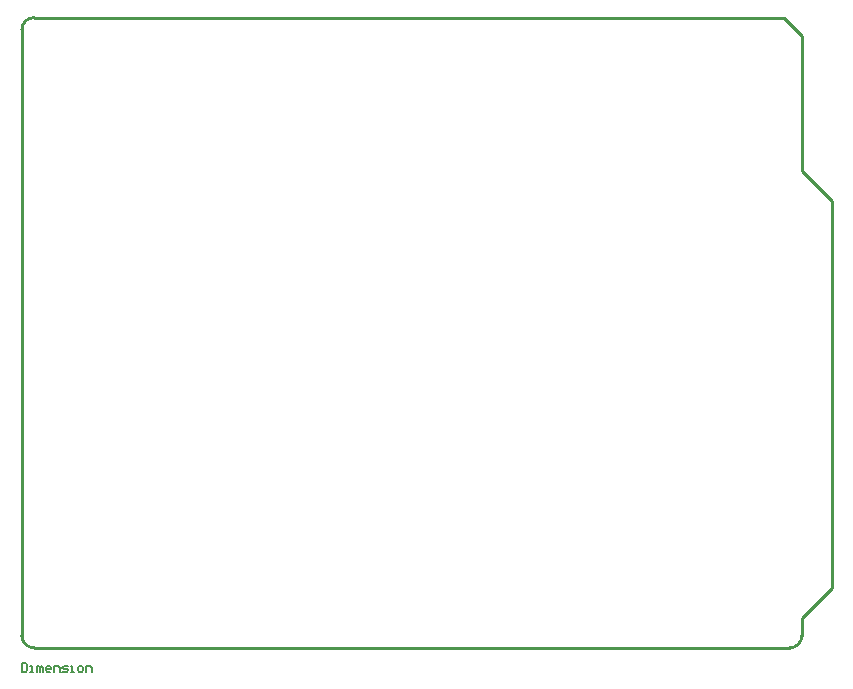
<source format=gm1>
%FSTAX25Y25*%
%MOIN*%
G70*
G01*
G75*
G04 Layer_Color=16711935*
%ADD10O,0.07087X0.01181*%
%ADD11O,0.01181X0.07087*%
%ADD12O,0.07284X0.01378*%
%ADD13R,0.08071X0.02756*%
%ADD14R,0.01772X0.02165*%
%ADD15R,0.03150X0.03150*%
%ADD16R,0.01575X0.02559*%
%ADD17R,0.02992X0.06299*%
%ADD18R,0.07874X0.06299*%
%ADD19R,0.02047X0.02047*%
%ADD20R,0.02047X0.02047*%
%ADD21R,0.03543X0.02756*%
%ADD22R,0.02756X0.03543*%
%ADD23R,0.02165X0.01772*%
%ADD24C,0.01000*%
%ADD25C,0.00500*%
%ADD26C,0.03000*%
%ADD27C,0.00700*%
%ADD28C,0.02000*%
%ADD29C,0.00669*%
%ADD30C,0.00591*%
%ADD31R,0.25197X0.25197*%
%ADD32C,0.06000*%
%ADD33P,0.12784X8X202.5*%
%ADD34P,0.12784X8X292.5*%
%ADD35C,0.05906*%
%ADD36R,0.05906X0.05906*%
%ADD37R,0.05906X0.05906*%
%ADD38P,0.06711X8X292.5*%
%ADD39O,0.05600X0.11200*%
%ADD40C,0.12600*%
%ADD41C,0.01969*%
%ADD42C,0.01600*%
%ADD43C,0.05000*%
%ADD44C,0.01595*%
%ADD45C,0.02800*%
%ADD46C,0.04000*%
%ADD47R,0.70200X0.25400*%
%ADD48C,0.07550*%
%ADD49O,0.08724X0.11087*%
%ADD50O,0.11087X0.08724*%
%ADD51C,0.07543*%
G04:AMPARAMS|DCode=52|XSize=95.433mil|YSize=95.433mil|CornerRadius=0mil|HoleSize=0mil|Usage=FLASHONLY|Rotation=0.000|XOffset=0mil|YOffset=0mil|HoleType=Round|Shape=Relief|Width=10mil|Gap=10mil|Entries=4|*
%AMTHD52*
7,0,0,0.09543,0.07543,0.01000,45*
%
%ADD52THD52*%
%ADD53C,0.07800*%
%ADD54C,0.07400*%
G04:AMPARAMS|DCode=55|XSize=95.5mil|YSize=95.5mil|CornerRadius=0mil|HoleSize=0mil|Usage=FLASHONLY|Rotation=0.000|XOffset=0mil|YOffset=0mil|HoleType=Round|Shape=Relief|Width=10mil|Gap=10mil|Entries=4|*
%AMTHD55*
7,0,0,0.09550,0.07550,0.01000,45*
%
%ADD55THD55*%
%ADD56C,0.16600*%
%ADD57C,0.06800*%
G04:AMPARAMS|DCode=58|XSize=70mil|YSize=70mil|CornerRadius=0mil|HoleSize=0mil|Usage=FLASHONLY|Rotation=0.000|XOffset=0mil|YOffset=0mil|HoleType=Round|Shape=Relief|Width=10mil|Gap=10mil|Entries=4|*
%AMTHD58*
7,0,0,0.07000,0.05000,0.01000,45*
%
%ADD58THD58*%
%ADD59C,0.05600*%
%AMTHOVALD60*
21,1,0.02362,0.10724,0,0,270.0*
1,1,0.10724,0.00000,0.01181*
1,1,0.10724,0.00000,-0.01181*
21,0,0.02362,0.08724,0,0,270.0*
1,0,0.08724,0.00000,0.01181*
1,0,0.08724,0.00000,-0.01181*
4,0,4,-0.00354,0.00828,-0.04145,0.04619,-0.03438,0.05326,0.00354,0.01535,-0.00354,0.00828,0.0*
4,0,4,-0.00354,-0.01535,0.03438,-0.05326,0.04145,-0.04619,0.00354,-0.00828,-0.00354,-0.01535,0.0*
4,0,4,-0.00354,0.01535,0.03438,0.05326,0.04145,0.04619,0.00354,0.00828,-0.00354,0.01535,0.0*
4,0,4,-0.00354,-0.00828,-0.04145,-0.04619,-0.03438,-0.05326,0.00354,-0.01535,-0.00354,-0.00828,0.0*
%
%ADD60THOVALD60*%

%AMTHOVALD61*
21,1,0.02362,0.10724,0,0,360.0*
1,1,0.10724,-0.01181,0.00000*
1,1,0.10724,0.01181,0.00000*
21,0,0.02362,0.08724,0,0,360.0*
1,0,0.08724,-0.01181,0.00000*
1,0,0.08724,0.01181,0.00000*
4,0,4,-0.00828,-0.00354,-0.04619,-0.04145,-0.05326,-0.03438,-0.01535,0.00354,-0.00828,-0.00354,0.0*
4,0,4,0.01535,-0.00354,0.05326,0.03438,0.04619,0.04145,0.00828,0.00354,0.01535,-0.00354,0.0*
4,0,4,-0.01535,-0.00354,-0.05326,0.03438,-0.04619,0.04145,-0.00828,0.00354,-0.01535,-0.00354,0.0*
4,0,4,0.00828,-0.00354,0.04619,-0.04145,0.05326,-0.03438,0.01535,0.00354,0.00828,-0.00354,0.0*
%
%ADD61THOVALD61*%

G04:AMPARAMS|DCode=62|XSize=98mil|YSize=98mil|CornerRadius=0mil|HoleSize=0mil|Usage=FLASHONLY|Rotation=0.000|XOffset=0mil|YOffset=0mil|HoleType=Round|Shape=Relief|Width=10mil|Gap=10mil|Entries=4|*
%AMTHD62*
7,0,0,0.09800,0.07800,0.01000,45*
%
%ADD62THD62*%
G04:AMPARAMS|DCode=63|XSize=94mil|YSize=94mil|CornerRadius=0mil|HoleSize=0mil|Usage=FLASHONLY|Rotation=0.000|XOffset=0mil|YOffset=0mil|HoleType=Round|Shape=Relief|Width=10mil|Gap=10mil|Entries=4|*
%AMTHD63*
7,0,0,0.09400,0.07400,0.01000,45*
%
%ADD63THD63*%
G04:AMPARAMS|DCode=64|XSize=88mil|YSize=88mil|CornerRadius=0mil|HoleSize=0mil|Usage=FLASHONLY|Rotation=0.000|XOffset=0mil|YOffset=0mil|HoleType=Round|Shape=Relief|Width=10mil|Gap=10mil|Entries=4|*
%AMTHD64*
7,0,0,0.08800,0.06800,0.01000,45*
%
%ADD64THD64*%
G04:AMPARAMS|DCode=65|XSize=76mil|YSize=76mil|CornerRadius=0mil|HoleSize=0mil|Usage=FLASHONLY|Rotation=0.000|XOffset=0mil|YOffset=0mil|HoleType=Round|Shape=Relief|Width=10mil|Gap=10mil|Entries=4|*
%AMTHD65*
7,0,0,0.07600,0.05600,0.01000,45*
%
%ADD65THD65*%
%ADD66R,0.06102X0.01378*%
%ADD67O,0.01378X0.04724*%
%ADD68R,0.07480X0.12205*%
%ADD69R,0.07480X0.03150*%
%ADD70R,0.06299X0.02559*%
%ADD71R,0.01969X0.01181*%
%ADD72R,0.08661X0.11811*%
%ADD73C,0.01181*%
%ADD74R,0.03543X0.04724*%
%ADD75R,0.06693X0.06614*%
%ADD76R,0.08661X0.07874*%
%ADD77C,0.05000*%
%ADD78C,0.01500*%
%ADD79C,0.01300*%
%ADD80C,0.00984*%
%ADD81C,0.02362*%
%ADD82C,0.02165*%
%ADD83C,0.00787*%
%ADD84C,0.00600*%
%ADD85C,0.01200*%
%ADD86R,0.03937X0.02953*%
%ADD87O,0.07487X0.01581*%
%ADD88O,0.01581X0.07487*%
%ADD89O,0.07684X0.01778*%
%ADD90R,0.08471X0.03156*%
%ADD91R,0.02172X0.02565*%
%ADD92R,0.03550X0.03550*%
%ADD93R,0.01975X0.02959*%
%ADD94R,0.03392X0.06699*%
%ADD95R,0.08274X0.06699*%
%ADD96R,0.02447X0.02447*%
%ADD97R,0.02447X0.02447*%
%ADD98R,0.03943X0.03156*%
%ADD99R,0.03156X0.03943*%
%ADD100R,0.02565X0.02172*%
%ADD101O,0.07287X0.01381*%
%ADD102O,0.01381X0.07287*%
%ADD103O,0.07484X0.01578*%
%ADD104R,0.08271X0.02956*%
%ADD105R,0.01972X0.02365*%
%ADD106R,0.03350X0.03350*%
%ADD107R,0.01775X0.02759*%
%ADD108R,0.03192X0.06499*%
%ADD109R,0.08074X0.06499*%
%ADD110R,0.02247X0.02247*%
%ADD111R,0.02247X0.02247*%
%ADD112R,0.03743X0.02956*%
%ADD113R,0.02956X0.03743*%
%ADD114R,0.02365X0.01972*%
%ADD115C,0.06200*%
%ADD116P,0.13001X8X202.5*%
%ADD117P,0.13001X8X292.5*%
%ADD118C,0.06106*%
%ADD119R,0.06106X0.06106*%
%ADD120R,0.06106X0.06106*%
%ADD121P,0.06927X8X292.5*%
%ADD122O,0.05800X0.11400*%
%ADD123C,0.12800*%
%ADD124C,0.02169*%
%ADD125C,0.01800*%
%ADD126C,0.05200*%
%ADD127C,0.03000*%
%ADD128R,0.06654X0.01929*%
%ADD129O,0.01578X0.04924*%
%ADD130R,0.07680X0.12405*%
%ADD131R,0.07680X0.03350*%
%ADD132R,0.06499X0.02759*%
%ADD133R,0.02369X0.01581*%
%ADD134R,0.09061X0.12211*%
%ADD135C,0.01381*%
%ADD136R,0.03743X0.04924*%
%ADD137R,0.06893X0.06814*%
%ADD138R,0.08861X0.08074*%
%ADD139R,0.03347X0.04921*%
%ADD140R,0.01969X0.01181*%
%ADD141R,0.06502X0.01778*%
%ADD142O,0.01778X0.05124*%
%ADD143R,0.07880X0.12605*%
%ADD144R,0.07880X0.03550*%
%ADD145R,0.06699X0.02959*%
%ADD146C,0.01581*%
%ADD147R,0.03943X0.05124*%
%ADD148R,0.07093X0.07014*%
%ADD149R,0.09061X0.08274*%
D24*
X01Y0104D02*
G03*
X0104Y01I0004J0D01*
G01*
X03561D02*
G03*
X036Y0104I-000005J000395D01*
G01*
X0104Y031D02*
G03*
X01Y03061I-000005J-000395D01*
G01*
X036Y0259D02*
Y0304D01*
X0104Y031D02*
X0354D01*
X01Y0104D02*
Y03061D01*
X0104Y01D02*
X03561D01*
X036Y0104D02*
Y011D01*
X037Y012D01*
Y0249D01*
X036Y0259D02*
X037Y0249D01*
X0354Y031D02*
X036Y0304D01*
D25*
X01Y0094768D02*
Y0091969D01*
X01014D01*
X0101866Y0092435D01*
Y0094301D01*
X01014Y0094768D01*
X01D01*
X0102799Y0091969D02*
X0103732D01*
X0103266D01*
Y0093835D01*
X0102799D01*
X0105132Y0091969D02*
Y0093835D01*
X0105598D01*
X0106065Y0093368D01*
Y0091969D01*
Y0093368D01*
X0106531Y0093835D01*
X0106998Y0093368D01*
Y0091969D01*
X010933D02*
X0108397D01*
X0107931Y0092435D01*
Y0093368D01*
X0108397Y0093835D01*
X010933D01*
X0109797Y0093368D01*
Y0092901D01*
X0107931D01*
X011073Y0091969D02*
Y0093835D01*
X0112129D01*
X0112596Y0093368D01*
Y0091969D01*
X0113529D02*
X0114928D01*
X0115395Y0092435D01*
X0114928Y0092901D01*
X0113996D01*
X0113529Y0093368D01*
X0113996Y0093835D01*
X0115395D01*
X0116328Y0091969D02*
X0117261D01*
X0116795D01*
Y0093835D01*
X0116328D01*
X0119127Y0091969D02*
X012006D01*
X0120527Y0092435D01*
Y0093368D01*
X012006Y0093835D01*
X0119127D01*
X0118661Y0093368D01*
Y0092435D01*
X0119127Y0091969D01*
X012146D02*
Y0093835D01*
X0122859D01*
X0123326Y0093368D01*
Y0091969D01*
M02*

</source>
